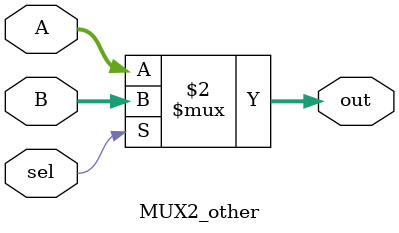
<source format=v>
module MUX2_other(
    input sel,
    input [31:0] A, B,
    output [31:0] out
);

assign out = (sel == 1'b0)? A:B;

endmodule
</source>
